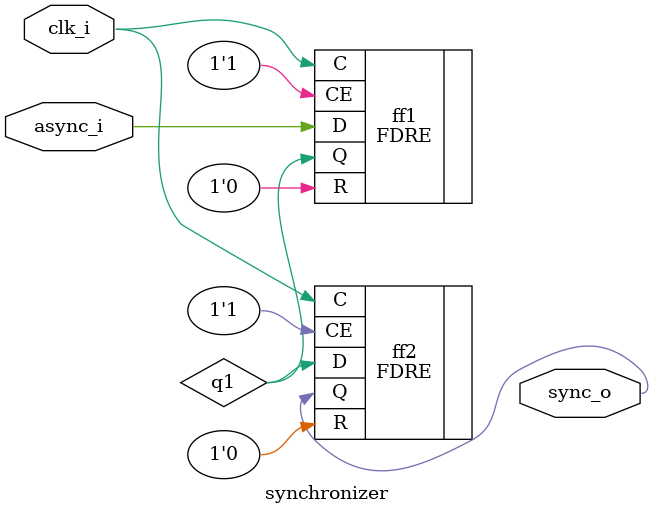
<source format=v>
`timescale 1ns / 1ps

module synchronizer(
    input clk_i,
    input async_i, 
    output sync_o
);

wire q1;

FDRE#(.INIT(1'b1)) ff1(.C(clk_i), .R(1'b0), .CE(1'b1), .D(async_i), .Q(q1));
FDRE#(.INIT(1'b1)) ff2(.C(clk_i), .R(1'b0), .CE(1'b1), .D(q1), .Q(sync_o));

endmodule
</source>
